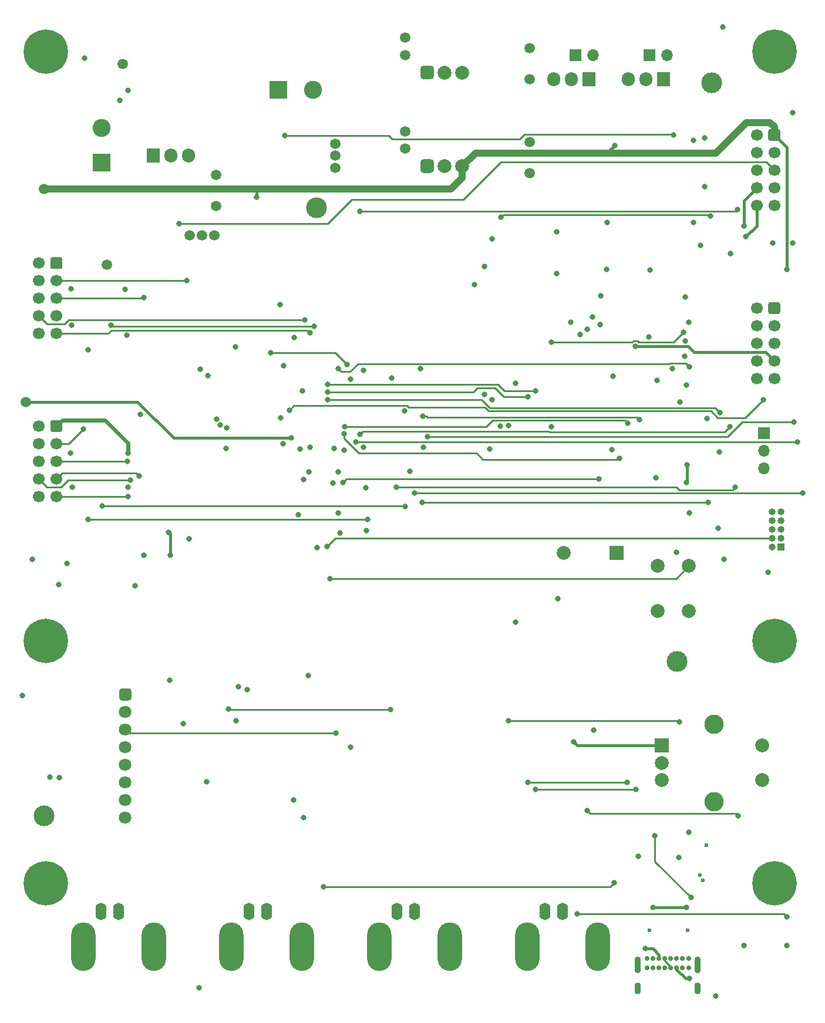
<source format=gbr>
%TF.GenerationSoftware,KiCad,Pcbnew,(5.1.10)-1*%
%TF.CreationDate,2021-12-22T14:35:30+01:00*%
%TF.ProjectId,vca_main_board,7663615f-6d61-4696-9e5f-626f6172642e,rev?*%
%TF.SameCoordinates,Original*%
%TF.FileFunction,Copper,L4,Bot*%
%TF.FilePolarity,Positive*%
%FSLAX46Y46*%
G04 Gerber Fmt 4.6, Leading zero omitted, Abs format (unit mm)*
G04 Created by KiCad (PCBNEW (5.1.10)-1) date 2021-12-22 14:35:30*
%MOMM*%
%LPD*%
G01*
G04 APERTURE LIST*
%TA.AperFunction,ComponentPad*%
%ADD10C,1.700000*%
%TD*%
%TA.AperFunction,ComponentPad*%
%ADD11O,1.600000X2.500000*%
%TD*%
%TA.AperFunction,ComponentPad*%
%ADD12O,3.500000X7.000000*%
%TD*%
%TA.AperFunction,ComponentPad*%
%ADD13O,1.700000X1.700000*%
%TD*%
%TA.AperFunction,ComponentPad*%
%ADD14R,1.700000X1.700000*%
%TD*%
%TA.AperFunction,ComponentPad*%
%ADD15O,0.900000X1.700000*%
%TD*%
%TA.AperFunction,ComponentPad*%
%ADD16O,0.900000X2.400000*%
%TD*%
%TA.AperFunction,ComponentPad*%
%ADD17C,0.700000*%
%TD*%
%TA.AperFunction,ComponentPad*%
%ADD18C,0.800000*%
%TD*%
%TA.AperFunction,ComponentPad*%
%ADD19C,6.400000*%
%TD*%
%TA.AperFunction,ComponentPad*%
%ADD20C,3.000000*%
%TD*%
%TA.AperFunction,ComponentPad*%
%ADD21O,1.905000X2.000000*%
%TD*%
%TA.AperFunction,ComponentPad*%
%ADD22R,1.905000X2.000000*%
%TD*%
%TA.AperFunction,ComponentPad*%
%ADD23C,2.000000*%
%TD*%
%TA.AperFunction,ComponentPad*%
%ADD24R,2.000000X2.000000*%
%TD*%
%TA.AperFunction,ComponentPad*%
%ADD25C,1.800000*%
%TD*%
%TA.AperFunction,ComponentPad*%
%ADD26C,2.800000*%
%TD*%
%TA.AperFunction,ComponentPad*%
%ADD27R,1.000000X1.000000*%
%TD*%
%TA.AperFunction,ComponentPad*%
%ADD28O,1.000000X1.000000*%
%TD*%
%TA.AperFunction,ComponentPad*%
%ADD29C,2.600000*%
%TD*%
%TA.AperFunction,ComponentPad*%
%ADD30R,2.600000X2.600000*%
%TD*%
%TA.AperFunction,ViaPad*%
%ADD31C,0.800000*%
%TD*%
%TA.AperFunction,ViaPad*%
%ADD32C,1.500000*%
%TD*%
%TA.AperFunction,ViaPad*%
%ADD33C,0.600000*%
%TD*%
%TA.AperFunction,Conductor*%
%ADD34C,1.000000*%
%TD*%
%TA.AperFunction,Conductor*%
%ADD35C,0.400000*%
%TD*%
%TA.AperFunction,Conductor*%
%ADD36C,0.250000*%
%TD*%
%TA.AperFunction,Conductor*%
%ADD37C,0.600000*%
%TD*%
G04 APERTURE END LIST*
D10*
%TO.P,J12,10*%
%TO.N,/EXTB_7*%
X33960000Y-114160000D03*
%TO.P,J12,8*%
%TO.N,/EXTB_5*%
X33960000Y-111620000D03*
%TO.P,J12,6*%
%TO.N,/EXTB_3*%
X33960000Y-109080000D03*
%TO.P,J12,4*%
%TO.N,/EXTB_1*%
X33960000Y-106540000D03*
%TO.P,J12,2*%
%TO.N,GND*%
X33960000Y-104000000D03*
%TO.P,J12,9*%
%TO.N,/EXTB_6*%
X36500000Y-114160000D03*
%TO.P,J12,7*%
%TO.N,/EXTB_4*%
X36500000Y-111620000D03*
%TO.P,J12,5*%
%TO.N,/EXTB_2*%
X36500000Y-109080000D03*
%TO.P,J12,3*%
%TO.N,/EXTB_0*%
X36500000Y-106540000D03*
%TO.P,J12,1*%
%TO.N,+5V*%
%TA.AperFunction,ComponentPad*%
G36*
G01*
X37350000Y-103400000D02*
X37350000Y-104600000D01*
G75*
G02*
X37100000Y-104850000I-250000J0D01*
G01*
X35900000Y-104850000D01*
G75*
G02*
X35650000Y-104600000I0J250000D01*
G01*
X35650000Y-103400000D01*
G75*
G02*
X35900000Y-103150000I250000J0D01*
G01*
X37100000Y-103150000D01*
G75*
G02*
X37350000Y-103400000I0J-250000D01*
G01*
G37*
%TD.AperFunction*%
%TD*%
D11*
%TO.P,J15,2*%
%TO.N,GND*%
X42960000Y-174000000D03*
%TO.P,J15,1*%
%TO.N,/GPIO_B*%
X45500000Y-174000000D03*
D12*
%TO.P,J15,2*%
%TO.N,GND*%
X50580000Y-179080000D03*
X40420000Y-179080000D03*
%TD*%
D11*
%TO.P,J14,2*%
%TO.N,GND*%
X64293333Y-174000000D03*
%TO.P,J14,1*%
%TO.N,/GPIO_A*%
X66833333Y-174000000D03*
D12*
%TO.P,J14,2*%
%TO.N,GND*%
X71913333Y-179080000D03*
X61753333Y-179080000D03*
%TD*%
D11*
%TO.P,J13,2*%
%TO.N,GND*%
X85626666Y-174000000D03*
%TO.P,J13,1*%
%TO.N,/Mirror_Enc_B*%
X88166666Y-174000000D03*
D12*
%TO.P,J13,2*%
%TO.N,GND*%
X93246666Y-179080000D03*
X83086666Y-179080000D03*
%TD*%
D11*
%TO.P,J7,2*%
%TO.N,GND*%
X106960000Y-174000000D03*
%TO.P,J7,1*%
%TO.N,/Mirror_Enc_A*%
X109500000Y-174000000D03*
D12*
%TO.P,J7,2*%
%TO.N,GND*%
X114580000Y-179080000D03*
X104420000Y-179080000D03*
%TD*%
D13*
%TO.P,J4,3*%
%TO.N,GND*%
X138500000Y-110080000D03*
%TO.P,J4,2*%
%TO.N,Net-(J4-Pad2)*%
X138500000Y-107540000D03*
D14*
%TO.P,J4,1*%
%TO.N,Net-(J4-Pad1)*%
X138500000Y-105000000D03*
%TD*%
D15*
%TO.P,J5,S1*%
%TO.N,GND*%
X128990000Y-185146000D03*
X120340000Y-185146000D03*
D16*
X128990000Y-181766000D03*
X120340000Y-181766000D03*
D17*
%TO.P,J5,B6*%
%TO.N,/MCU/peripherals/DP*%
X125090000Y-182136000D03*
%TO.P,J5,B1*%
%TO.N,GND*%
X127640000Y-182136000D03*
%TO.P,J5,B4*%
%TO.N,VBUS*%
X126790000Y-182136000D03*
%TO.P,J5,B5*%
%TO.N,Net-(J5-PadB5)*%
X125940000Y-182136000D03*
%TO.P,J5,B12*%
%TO.N,GND*%
X121690000Y-182136000D03*
%TO.P,J5,B8*%
%TO.N,N/C*%
X123390000Y-182136000D03*
%TO.P,J5,B7*%
%TO.N,/MCU/peripherals/DM*%
X124240000Y-182136000D03*
%TO.P,J5,B9*%
%TO.N,VBUS*%
X122540000Y-182136000D03*
%TO.P,J5,A12*%
%TO.N,GND*%
X127640000Y-180786000D03*
%TO.P,J5,A9*%
%TO.N,VBUS*%
X126790000Y-180786000D03*
%TO.P,J5,A8*%
%TO.N,N/C*%
X125940000Y-180786000D03*
%TO.P,J5,A7*%
%TO.N,/MCU/peripherals/DM*%
X125090000Y-180786000D03*
%TO.P,J5,A6*%
%TO.N,/MCU/peripherals/DP*%
X124240000Y-180786000D03*
%TO.P,J5,A5*%
%TO.N,Net-(J5-PadA5)*%
X123390000Y-180786000D03*
%TO.P,J5,A4*%
%TO.N,VBUS*%
X122540000Y-180786000D03*
%TO.P,J5,A1*%
%TO.N,GND*%
X121690000Y-180786000D03*
%TD*%
D18*
%TO.P,H6,1*%
%TO.N,N/C*%
X36697056Y-48302944D03*
X35000000Y-47600000D03*
X33302944Y-48302944D03*
X32600000Y-50000000D03*
X33302944Y-51697056D03*
X35000000Y-52400000D03*
X36697056Y-51697056D03*
X37400000Y-50000000D03*
D19*
X35000000Y-50000000D03*
%TD*%
D18*
%TO.P,H5,1*%
%TO.N,N/C*%
X141697056Y-48302944D03*
X140000000Y-47600000D03*
X138302944Y-48302944D03*
X137600000Y-50000000D03*
X138302944Y-51697056D03*
X140000000Y-52400000D03*
X141697056Y-51697056D03*
X142400000Y-50000000D03*
D19*
X140000000Y-50000000D03*
%TD*%
D20*
%TO.P,TP4,1*%
%TO.N,GND*%
X126000000Y-138000000D03*
%TD*%
%TO.P,TP3,1*%
%TO.N,GND*%
X34750000Y-160250000D03*
%TD*%
%TO.P,TP2,1*%
%TO.N,GND*%
X74000000Y-72500000D03*
%TD*%
%TO.P,TP1,1*%
%TO.N,GND*%
X131000000Y-54500000D03*
%TD*%
D21*
%TO.P,Q6,3*%
%TO.N,GND*%
X118920000Y-54000000D03*
%TO.P,Q6,2*%
%TO.N,Net-(J11-Pad1)*%
X121460000Y-54000000D03*
D22*
%TO.P,Q6,1*%
%TO.N,Net-(Q6-Pad1)*%
X124000000Y-54000000D03*
%TD*%
D21*
%TO.P,Q4,3*%
%TO.N,GND*%
X108220000Y-54000000D03*
%TO.P,Q4,2*%
%TO.N,Net-(J9-Pad1)*%
X110760000Y-54000000D03*
D22*
%TO.P,Q4,1*%
%TO.N,Net-(Q4-Pad1)*%
X113300000Y-54000000D03*
%TD*%
D13*
%TO.P,J11,2*%
%TO.N,+12V*%
X124540000Y-50500000D03*
D14*
%TO.P,J11,1*%
%TO.N,Net-(J11-Pad1)*%
X122000000Y-50500000D03*
%TD*%
D10*
%TO.P,J10,10*%
%TO.N,/EXTA_7*%
X33960000Y-90660000D03*
%TO.P,J10,8*%
%TO.N,/EXTA_5*%
X33960000Y-88120000D03*
%TO.P,J10,6*%
%TO.N,/EXTA_3*%
X33960000Y-85580000D03*
%TO.P,J10,4*%
%TO.N,/EXTA_1*%
X33960000Y-83040000D03*
%TO.P,J10,2*%
%TO.N,GND*%
X33960000Y-80500000D03*
%TO.P,J10,9*%
%TO.N,/EXTA_6*%
X36500000Y-90660000D03*
%TO.P,J10,7*%
%TO.N,/EXTA_4*%
X36500000Y-88120000D03*
%TO.P,J10,5*%
%TO.N,/EXTA_2*%
X36500000Y-85580000D03*
%TO.P,J10,3*%
%TO.N,/EXTA_0*%
X36500000Y-83040000D03*
%TO.P,J10,1*%
%TO.N,+5V*%
%TA.AperFunction,ComponentPad*%
G36*
G01*
X37350000Y-79900000D02*
X37350000Y-81100000D01*
G75*
G02*
X37100000Y-81350000I-250000J0D01*
G01*
X35900000Y-81350000D01*
G75*
G02*
X35650000Y-81100000I0J250000D01*
G01*
X35650000Y-79900000D01*
G75*
G02*
X35900000Y-79650000I250000J0D01*
G01*
X37100000Y-79650000D01*
G75*
G02*
X37350000Y-79900000I0J-250000D01*
G01*
G37*
%TD.AperFunction*%
%TD*%
D13*
%TO.P,J9,2*%
%TO.N,+12V*%
X113840000Y-50500000D03*
D14*
%TO.P,J9,1*%
%TO.N,Net-(J9-Pad1)*%
X111300000Y-50500000D03*
%TD*%
D23*
%TO.P,BZ1,2*%
%TO.N,Net-(BZ1-Pad2)*%
X109650000Y-122290000D03*
D24*
%TO.P,BZ1,1*%
%TO.N,+3V3*%
X117250000Y-122290000D03*
%TD*%
D25*
%TO.P,U10,8*%
%TO.N,/MCU/LCD_BL*%
X46436000Y-160496000D03*
%TO.P,U10,7*%
%TO.N,/MCU/LCD_RST*%
X46436000Y-157956000D03*
%TO.P,U10,6*%
%TO.N,/MCU/LCD_DC*%
X46436000Y-155416000D03*
%TO.P,U10,5*%
%TO.N,/MCU/LCD_CS*%
X46436000Y-152876000D03*
%TO.P,U10,4*%
%TO.N,/MCU/LCD_CLK*%
X46436000Y-150336000D03*
%TO.P,U10,3*%
%TO.N,/MCU/LCD_DIN*%
X46436000Y-147796000D03*
%TO.P,U10,2*%
%TO.N,GND*%
X46436000Y-145256000D03*
%TO.P,U10,1*%
%TO.N,+3V3*%
%TA.AperFunction,ComponentPad*%
G36*
G01*
X45536000Y-143166000D02*
X45536000Y-142266000D01*
G75*
G02*
X45986000Y-141816000I450000J0D01*
G01*
X46886000Y-141816000D01*
G75*
G02*
X47336000Y-142266000I0J-450000D01*
G01*
X47336000Y-143166000D01*
G75*
G02*
X46886000Y-143616000I-450000J0D01*
G01*
X45986000Y-143616000D01*
G75*
G02*
X45536000Y-143166000I0J450000D01*
G01*
G37*
%TD.AperFunction*%
%TD*%
D24*
%TO.P,SW2,A*%
%TO.N,/MCU/Knob_A*%
X123786000Y-150098000D03*
D23*
%TO.P,SW2,C*%
%TO.N,GND*%
X123786000Y-152598000D03*
%TO.P,SW2,B*%
%TO.N,/MCU/Knob_B*%
X123786000Y-155098000D03*
D26*
%TO.P,SW2,MP*%
%TO.N,N/C*%
X131286000Y-146998000D03*
X131286000Y-158198000D03*
D23*
%TO.P,SW2,S1*%
%TO.N,/MCU/Knob_S*%
X138286000Y-150098000D03*
%TO.P,SW2,S2*%
%TO.N,GND*%
X138286000Y-155098000D03*
%TD*%
%TO.P,SW1,1*%
%TO.N,Net-(R41-Pad1)*%
X123214000Y-124196000D03*
%TO.P,SW1,2*%
%TO.N,/MCU/NRST*%
X127714000Y-124196000D03*
%TO.P,SW1,1*%
%TO.N,Net-(R41-Pad1)*%
X123214000Y-130696000D03*
%TO.P,SW1,2*%
%TO.N,/MCU/NRST*%
X127714000Y-130696000D03*
%TD*%
D21*
%TO.P,Q1,3*%
%TO.N,GND*%
X55580000Y-65000000D03*
%TO.P,Q1,2*%
%TO.N,Net-(J2-Pad2)*%
X53040000Y-65000000D03*
D22*
%TO.P,Q1,1*%
%TO.N,Net-(D2-Pad2)*%
X50500000Y-65000000D03*
%TD*%
D10*
%TO.P,J8,10*%
%TO.N,/Device connenction/THERMISTOR_2*%
X137460000Y-72160000D03*
%TO.P,J8,8*%
%TO.N,/Device connenction/THERMISTOR_1*%
X137460000Y-69620000D03*
%TO.P,J8,6*%
%TO.N,/Coil_Fans*%
X137460000Y-67080000D03*
%TO.P,J8,4*%
%TO.N,+12V*%
X137460000Y-64540000D03*
%TO.P,J8,2*%
%TO.N,+5V*%
X137460000Y-62000000D03*
%TO.P,J8,9*%
%TO.N,/Mirror_Enc_Z*%
X140000000Y-72160000D03*
%TO.P,J8,7*%
%TO.N,/Mirror_Enc_B*%
X140000000Y-69620000D03*
%TO.P,J8,5*%
%TO.N,/Mirror_Enc_A*%
X140000000Y-67080000D03*
%TO.P,J8,3*%
%TO.N,GND*%
X140000000Y-64540000D03*
%TO.P,J8,1*%
%TO.N,+3V3*%
%TA.AperFunction,ComponentPad*%
G36*
G01*
X140850000Y-61400000D02*
X140850000Y-62600000D01*
G75*
G02*
X140600000Y-62850000I-250000J0D01*
G01*
X139400000Y-62850000D01*
G75*
G02*
X139150000Y-62600000I0J250000D01*
G01*
X139150000Y-61400000D01*
G75*
G02*
X139400000Y-61150000I250000J0D01*
G01*
X140600000Y-61150000D01*
G75*
G02*
X140850000Y-61400000I0J-250000D01*
G01*
G37*
%TD.AperFunction*%
%TD*%
%TO.P,J6,10*%
%TO.N,/H_Voltage*%
X137460000Y-97160000D03*
%TO.P,J6,8*%
%TO.N,/H_Current*%
X137460000Y-94620000D03*
%TO.P,J6,6*%
%TO.N,/H_Sum*%
X137460000Y-92080000D03*
%TO.P,J6,4*%
%TO.N,/H_Ref_High*%
X137460000Y-89540000D03*
%TO.P,J6,2*%
%TO.N,/H_Load_Volt*%
X137460000Y-87000000D03*
%TO.P,J6,9*%
%TO.N,/H_Thermistor*%
X140000000Y-97160000D03*
%TO.P,J6,7*%
%TO.N,/H bridge connection/REF_IN*%
X140000000Y-94620000D03*
%TO.P,J6,5*%
%TO.N,/H_Offset*%
X140000000Y-92080000D03*
%TO.P,J6,3*%
%TO.N,GND*%
X140000000Y-89540000D03*
%TO.P,J6,1*%
%TO.N,/H_Excitation*%
%TA.AperFunction,ComponentPad*%
G36*
G01*
X140850000Y-86400000D02*
X140850000Y-87600000D01*
G75*
G02*
X140600000Y-87850000I-250000J0D01*
G01*
X139400000Y-87850000D01*
G75*
G02*
X139150000Y-87600000I0J250000D01*
G01*
X139150000Y-86400000D01*
G75*
G02*
X139400000Y-86150000I250000J0D01*
G01*
X140600000Y-86150000D01*
G75*
G02*
X140850000Y-86400000I0J-250000D01*
G01*
G37*
%TD.AperFunction*%
%TD*%
D27*
%TO.P,J3,1*%
%TO.N,+3V3*%
X141002000Y-121476000D03*
D28*
%TO.P,J3,2*%
%TO.N,/MCU/SWDIO*%
X139732000Y-121476000D03*
%TO.P,J3,3*%
%TO.N,GND*%
X141002000Y-120206000D03*
%TO.P,J3,4*%
%TO.N,/MCU/SWDCLK*%
X139732000Y-120206000D03*
%TO.P,J3,5*%
%TO.N,GND*%
X141002000Y-118936000D03*
%TO.P,J3,6*%
%TO.N,/MCU/SWO*%
X139732000Y-118936000D03*
%TO.P,J3,7*%
%TO.N,N/C*%
X141002000Y-117666000D03*
%TO.P,J3,8*%
X139732000Y-117666000D03*
%TO.P,J3,9*%
%TO.N,GND*%
X141002000Y-116396000D03*
%TO.P,J3,10*%
%TO.N,/MCU/NRST*%
X139732000Y-116396000D03*
%TD*%
D29*
%TO.P,J1,2*%
%TO.N,GND*%
X73500000Y-55500000D03*
D30*
%TO.P,J1,1*%
%TO.N,Net-(F1-Pad2)*%
X68500000Y-55500000D03*
%TD*%
D18*
%TO.P,H4,1*%
%TO.N,N/C*%
X36697056Y-133302944D03*
X35000000Y-132600000D03*
X33302944Y-133302944D03*
X32600000Y-135000000D03*
X33302944Y-136697056D03*
X35000000Y-137400000D03*
X36697056Y-136697056D03*
X37400000Y-135000000D03*
D19*
X35000000Y-135000000D03*
%TD*%
D18*
%TO.P,H3,1*%
%TO.N,N/C*%
X141697056Y-133302944D03*
X140000000Y-132600000D03*
X138302944Y-133302944D03*
X137600000Y-135000000D03*
X138302944Y-136697056D03*
X140000000Y-137400000D03*
X141697056Y-136697056D03*
X142400000Y-135000000D03*
D19*
X140000000Y-135000000D03*
%TD*%
D18*
%TO.P,H2,1*%
%TO.N,N/C*%
X36697056Y-168302944D03*
X35000000Y-167600000D03*
X33302944Y-168302944D03*
X32600000Y-170000000D03*
X33302944Y-171697056D03*
X35000000Y-172400000D03*
X36697056Y-171697056D03*
X37400000Y-170000000D03*
D19*
X35000000Y-170000000D03*
%TD*%
D18*
%TO.P,H1,1*%
%TO.N,N/C*%
X141697056Y-168302944D03*
X140000000Y-167600000D03*
X138302944Y-168302944D03*
X137600000Y-170000000D03*
X138302944Y-171697056D03*
X140000000Y-172400000D03*
X141697056Y-171697056D03*
X142400000Y-170000000D03*
D19*
X140000000Y-170000000D03*
%TD*%
D23*
%TO.P,U2,2*%
%TO.N,GND*%
X92500000Y-53000000D03*
%TO.P,U2,1*%
%TO.N,Net-(C12-Pad1)*%
%TA.AperFunction,ComponentPad*%
G36*
G01*
X88960000Y-53500000D02*
X88960000Y-52500000D01*
G75*
G02*
X89460000Y-52000000I500000J0D01*
G01*
X90460000Y-52000000D01*
G75*
G02*
X90960000Y-52500000I0J-500000D01*
G01*
X90960000Y-53500000D01*
G75*
G02*
X90460000Y-54000000I-500000J0D01*
G01*
X89460000Y-54000000D01*
G75*
G02*
X88960000Y-53500000I0J500000D01*
G01*
G37*
%TD.AperFunction*%
%TO.P,U2,3*%
%TO.N,+5V*%
X95040000Y-53000000D03*
%TD*%
%TO.P,U1,2*%
%TO.N,GND*%
X92500000Y-66500000D03*
%TO.P,U1,1*%
%TO.N,Net-(C11-Pad1)*%
%TA.AperFunction,ComponentPad*%
G36*
G01*
X88960000Y-67000000D02*
X88960000Y-66000000D01*
G75*
G02*
X89460000Y-65500000I500000J0D01*
G01*
X90460000Y-65500000D01*
G75*
G02*
X90960000Y-66000000I0J-500000D01*
G01*
X90960000Y-67000000D01*
G75*
G02*
X90460000Y-67500000I-500000J0D01*
G01*
X89460000Y-67500000D01*
G75*
G02*
X88960000Y-67000000I0J500000D01*
G01*
G37*
%TD.AperFunction*%
%TO.P,U1,3*%
%TO.N,+3V3*%
X95040000Y-66500000D03*
%TD*%
D29*
%TO.P,J2,2*%
%TO.N,Net-(J2-Pad2)*%
X43000000Y-61000000D03*
D30*
%TO.P,J2,1*%
%TO.N,Net-(F2-Pad2)*%
X43000000Y-66000000D03*
%TD*%
D31*
%TO.N,*%
X126200000Y-166200000D03*
D32*
%TO.N,GND*%
X57500000Y-76500000D03*
X55750000Y-76500000D03*
X59250000Y-76500000D03*
X59500000Y-67750000D03*
X59500000Y-72250000D03*
X76750000Y-65000000D03*
X76750000Y-63250000D03*
X76750000Y-66750000D03*
X86750000Y-61500000D03*
X86750000Y-64000000D03*
X86750000Y-50500000D03*
X86750000Y-48000000D03*
X104750000Y-49500000D03*
X104750000Y-54000000D03*
X104750000Y-63000000D03*
X104750000Y-67500000D03*
D33*
X127500000Y-176750000D03*
X122000000Y-176750000D03*
X129750000Y-169500000D03*
X129250000Y-168750000D03*
X130250000Y-164500000D03*
D31*
X68750000Y-86500000D03*
X61000000Y-107250000D03*
X89000000Y-95750000D03*
X69250000Y-95250000D03*
X36900000Y-154700000D03*
X35600000Y-154600000D03*
X54800000Y-146900000D03*
X62400000Y-146500000D03*
X127200000Y-85400000D03*
X127200000Y-91700000D03*
X127300000Y-98100000D03*
X122900000Y-111500000D03*
X116600000Y-107400000D03*
X131900000Y-118700000D03*
X139100000Y-125100000D03*
X89422795Y-107025010D03*
X129400000Y-77900000D03*
X133700000Y-79100000D03*
X142700000Y-58800000D03*
X139800000Y-77600000D03*
X142700000Y-77600000D03*
X33000000Y-123200000D03*
X38000000Y-123800000D03*
X36800000Y-126900000D03*
X49100000Y-122600000D03*
X47800000Y-127000000D03*
X55600000Y-120300000D03*
X73090787Y-107089457D03*
X69160066Y-106546990D03*
X116800000Y-96800000D03*
X123100000Y-97400000D03*
X122100000Y-81500000D03*
X108600000Y-82000000D03*
X108600000Y-76000000D03*
X120400000Y-166100000D03*
X38600000Y-84200000D03*
X38500000Y-107900000D03*
X38800000Y-112800000D03*
X40600000Y-50900000D03*
X45600000Y-57000000D03*
D32*
X43752029Y-80724990D03*
D31*
X71399990Y-116774990D03*
X38700000Y-89425010D03*
X108800000Y-128900000D03*
X80750000Y-95997010D03*
X80748190Y-107025010D03*
X127700000Y-162600000D03*
X135600000Y-178900000D03*
X141800000Y-178900000D03*
X132074990Y-107702532D03*
X121920657Y-91174990D03*
X130000000Y-62400000D03*
X130000000Y-69500000D03*
X61071586Y-104290267D03*
X77950011Y-107444410D03*
X77174990Y-116517586D03*
X74074967Y-121509889D03*
X115800010Y-81407170D03*
X52800000Y-140700000D03*
X125900000Y-122200000D03*
X62300000Y-92600000D03*
X87500000Y-110500000D03*
X81200000Y-119100000D03*
D32*
%TO.N,+3V3*%
X34700000Y-69800000D03*
D31*
X70400000Y-105700000D03*
D32*
X32100000Y-100500000D03*
D31*
X127400000Y-109600000D03*
X127300000Y-112100000D03*
X65400000Y-71000000D03*
X78400000Y-95100000D03*
X67400000Y-93400000D03*
X131600000Y-186200000D03*
X31600000Y-142900000D03*
X141800000Y-81400000D03*
X115000000Y-85200000D03*
X117000000Y-63500000D03*
%TO.N,+5V*%
X46400000Y-84300000D03*
X46800000Y-107900000D03*
X46800000Y-112800000D03*
X46620657Y-90925010D03*
D32*
X46100000Y-51800000D03*
D31*
X52900000Y-122600000D03*
X52700000Y-119300000D03*
X128400000Y-74600000D03*
X128400000Y-62800000D03*
X132600000Y-46400000D03*
X126400000Y-100500000D03*
X127700000Y-89000000D03*
X127100000Y-93900000D03*
X125300000Y-95700000D03*
%TO.N,/MCU/NRST*%
X127800000Y-116500000D03*
X76374990Y-112250169D03*
X75974990Y-126000000D03*
%TO.N,VBUS*%
X127300000Y-173400000D03*
X122500000Y-173400000D03*
%TO.N,Net-(C42-Pad1)*%
X122800000Y-163100000D03*
X128000000Y-172000000D03*
%TO.N,Net-(D2-Pad2)*%
X46800000Y-55600000D03*
%TO.N,/H bridge connection/REF_IN*%
X120000000Y-92500000D03*
%TO.N,/MCU/SWDIO*%
X75600000Y-100200000D03*
X132200000Y-102100000D03*
X132800000Y-123200000D03*
%TO.N,/MCU/SWDCLK*%
X72000000Y-98900000D03*
X75524979Y-121400000D03*
%TO.N,/MCU/SWO*%
X70100000Y-101700000D03*
X138400000Y-100200000D03*
%TO.N,Net-(J5-PadB5)*%
X127800000Y-183700000D03*
%TO.N,Net-(J5-PadA5)*%
X121400000Y-179400000D03*
%TO.N,/Device connenction/THERMISTOR_2*%
X135900000Y-76700000D03*
%TO.N,/Device connenction/THERMISTOR_1*%
X135600000Y-75100000D03*
%TO.N,/MCU/CAN_FAULT*%
X78000000Y-105100000D03*
X117700000Y-108700000D03*
%TO.N,/VREF*%
X114700000Y-111600000D03*
X114900000Y-89400000D03*
X77825010Y-112099400D03*
X77425000Y-119400000D03*
%TO.N,/MCU/CAN_S*%
X118900000Y-103600000D03*
X78093164Y-104104337D03*
%TO.N,/MCU/USB_DET*%
X70800000Y-91200000D03*
X75000000Y-170500000D03*
X116900000Y-169900000D03*
%TO.N,/H_Ref_High*%
X134400000Y-112800000D03*
X85525010Y-112800000D03*
%TO.N,/H_Load_Volt*%
X80300000Y-105200000D03*
X133600000Y-104100000D03*
%TO.N,/H_Excitation*%
X79700000Y-106300000D03*
X143374990Y-106300000D03*
%TO.N,/H_Sum*%
X107900000Y-104100000D03*
X107900000Y-91900000D03*
X126900000Y-90500000D03*
%TO.N,/H_Thermistor*%
X120600000Y-103100000D03*
X89300000Y-102546990D03*
%TO.N,/H_Offset*%
X142800000Y-103400000D03*
X90002532Y-105525010D03*
%TO.N,/H_Voltage*%
X89200000Y-115000000D03*
X130500000Y-115000000D03*
X130300000Y-102900000D03*
%TO.N,/H_Current*%
X77154000Y-110646000D03*
X77154000Y-95754000D03*
X127800000Y-95500000D03*
%TO.N,/Coil_Fans*%
X69400000Y-62100000D03*
X125500000Y-62000000D03*
%TO.N,/Mirror_Enc_Z*%
X80300000Y-73000000D03*
X134700000Y-72800000D03*
%TO.N,/Mirror_Enc_B*%
X88100000Y-113700000D03*
X144100000Y-113700000D03*
%TO.N,/Mirror_Enc_A*%
X57100000Y-185000000D03*
X57200000Y-95800000D03*
X54200000Y-74800000D03*
%TO.N,/EXTA_7*%
X41100000Y-93000000D03*
X41100000Y-117500000D03*
X81400000Y-117500000D03*
X81155740Y-112932090D03*
%TO.N,/EXTA_5*%
X72325010Y-88697837D03*
%TO.N,/EXTA_6*%
X73050020Y-90543401D03*
%TO.N,/EXTA_2*%
X49100000Y-85500000D03*
%TO.N,/EXTA_0*%
X55300000Y-83000000D03*
%TO.N,/EXTB_7*%
X43100000Y-115500000D03*
X86700000Y-101800000D03*
X86749317Y-115625010D03*
%TO.N,/EXTB_5*%
X47149845Y-111775165D03*
%TO.N,/EXTB_6*%
X46800000Y-114200000D03*
%TO.N,/EXTB_4*%
X48400000Y-111174990D03*
%TO.N,/EXTB_2*%
X46700000Y-109100000D03*
%TO.N,/EXTB_0*%
X40374990Y-104400000D03*
%TO.N,Net-(Q4-Pad1)*%
X115900000Y-74625010D03*
%TO.N,/MCU/LED_1*%
X112000000Y-90800000D03*
X111600000Y-174400000D03*
X141800000Y-174800000D03*
%TO.N,/MCU/LED_2*%
X113000000Y-90000000D03*
X113000000Y-159500000D03*
X134800000Y-160200000D03*
%TO.N,/MCU/TH_ALERT*%
X84700000Y-144900000D03*
X61300000Y-144800000D03*
X84800000Y-97046990D03*
%TO.N,/MCU/Knob_B*%
X113800000Y-88300000D03*
X114000000Y-147900000D03*
%TO.N,/MCU/Knob_A*%
X111100000Y-149600000D03*
X110700000Y-89025010D03*
%TO.N,/MCU/Knob_S*%
X101700000Y-146500000D03*
X126300000Y-146700000D03*
X101700000Y-103925010D03*
%TO.N,/MCU/SDA*%
X60100000Y-103800000D03*
X64000000Y-142000000D03*
%TO.N,/MCU/SCL*%
X62700000Y-141600000D03*
X59569995Y-102951992D03*
%TO.N,/FAN_1*%
X99300000Y-100200000D03*
X99300000Y-77000000D03*
%TO.N,/FAN_2*%
X98200000Y-99400000D03*
X98200000Y-81000000D03*
%TO.N,/MCU/BUZZ*%
X102700000Y-97800000D03*
X102700000Y-132300000D03*
%TO.N,/MCU/LCD_CS*%
X48600000Y-102300000D03*
%TO.N,/MCU/LCD_DC*%
X58300000Y-96700000D03*
X58200000Y-155300000D03*
%TO.N,/MCU/USB_RX*%
X75600000Y-99100000D03*
X104500000Y-99800000D03*
X104500000Y-155400000D03*
X118800000Y-155400000D03*
%TO.N,/MCU/USB_TX*%
X75600000Y-98000000D03*
X105600000Y-98900000D03*
X105600000Y-156400000D03*
X120100000Y-156400000D03*
%TO.N,/MCU/LCD_CLK*%
X78900000Y-150300000D03*
X78902532Y-97274990D03*
%TO.N,/Coil_Thermistor_2*%
X100500000Y-104000000D03*
X100600000Y-73900000D03*
X130800000Y-73725010D03*
%TO.N,/Coil_Thermistor_1*%
X99000000Y-107300000D03*
X96800000Y-83600000D03*
%TO.N,/MCU/LCD_DIN*%
X76500000Y-107200000D03*
X76800000Y-148300000D03*
%TO.N,/MCU/EEP_~WC*%
X72900000Y-110600000D03*
X72800000Y-140000000D03*
%TO.N,/MCU/LCD_BL*%
X72100000Y-111700000D03*
X72100000Y-160500000D03*
%TO.N,/MCU/LCD_RST*%
X70700000Y-157900000D03*
X71611613Y-107286293D03*
%TO.N,/GPIO_A*%
X68800000Y-102800000D03*
%TO.N,/GPIO_B*%
X73700000Y-89600000D03*
X44399502Y-89475279D03*
%TD*%
D34*
%TO.N,+3V3*%
X95040000Y-68160000D02*
X95040000Y-66500000D01*
X93400000Y-69800000D02*
X95040000Y-68160000D01*
D35*
X70400000Y-105700000D02*
X53400000Y-105700000D01*
X53400000Y-105700000D02*
X48200000Y-100500000D01*
X48200000Y-100500000D02*
X32100000Y-100500000D01*
X127400000Y-112000000D02*
X127300000Y-112100000D01*
X127400000Y-109600000D02*
X127400000Y-112000000D01*
X65400000Y-69900000D02*
X65300000Y-69800000D01*
D34*
X65300000Y-69800000D02*
X93400000Y-69800000D01*
D35*
X65400000Y-71000000D02*
X65400000Y-69900000D01*
D34*
X34700000Y-69800000D02*
X65300000Y-69800000D01*
D36*
X76700000Y-93400000D02*
X67400000Y-93400000D01*
X78400000Y-95100000D02*
X76700000Y-93400000D01*
D34*
X95040000Y-66500000D02*
X96940000Y-64600000D01*
X131600000Y-64600000D02*
X136000000Y-60200000D01*
X136000000Y-60200000D02*
X139400000Y-60200000D01*
X140000000Y-60800000D02*
X140000000Y-62000000D01*
X139400000Y-60200000D02*
X140000000Y-60800000D01*
D35*
X141800000Y-63800000D02*
X140000000Y-62000000D01*
X141800000Y-81400000D02*
X141800000Y-63800000D01*
X116200000Y-64300000D02*
X116200000Y-64600000D01*
X117000000Y-63500000D02*
X116200000Y-64300000D01*
D34*
X116200000Y-64600000D02*
X131600000Y-64600000D01*
X96940000Y-64600000D02*
X116200000Y-64600000D01*
D37*
%TO.N,+5V*%
X46800000Y-107900000D02*
X46800000Y-106500000D01*
X46800000Y-106500000D02*
X43500000Y-103200000D01*
X37300000Y-103200000D02*
X36500000Y-104000000D01*
X43500000Y-103200000D02*
X37300000Y-103200000D01*
D35*
X52900000Y-119500000D02*
X52700000Y-119300000D01*
X52900000Y-122600000D02*
X52900000Y-119500000D01*
D36*
%TO.N,/MCU/NRST*%
X125910000Y-126000000D02*
X75974990Y-126000000D01*
X127714000Y-124196000D02*
X125910000Y-126000000D01*
D35*
%TO.N,VBUS*%
X127300000Y-173400000D02*
X122500000Y-173400000D01*
D36*
%TO.N,Net-(C42-Pad1)*%
X122800000Y-166800000D02*
X128000000Y-172000000D01*
X122800000Y-163100000D02*
X122800000Y-166800000D01*
%TO.N,/MCU/peripherals/DP*%
X125090000Y-181986998D02*
X125090000Y-182136000D01*
X124240000Y-181136998D02*
X125090000Y-181986998D01*
X124240000Y-180786000D02*
X124240000Y-181136998D01*
D35*
%TO.N,/H bridge connection/REF_IN*%
X138749999Y-93369999D02*
X128469999Y-93369999D01*
X140000000Y-94620000D02*
X138749999Y-93369999D01*
X127600000Y-92500000D02*
X120000000Y-92500000D01*
X128469999Y-93369999D02*
X127600000Y-92500000D01*
D36*
%TO.N,/MCU/SWDIO*%
X75600000Y-100200000D02*
X97800000Y-100200000D01*
X97800000Y-100200000D02*
X99000000Y-101400000D01*
X131500000Y-101400000D02*
X132200000Y-102100000D01*
X99000000Y-101400000D02*
X131500000Y-101400000D01*
%TO.N,/MCU/SWDCLK*%
X76718979Y-120206000D02*
X75524979Y-121400000D01*
X139732000Y-120206000D02*
X76718979Y-120206000D01*
%TO.N,/MCU/SWO*%
X135774998Y-102825002D02*
X138000001Y-100599999D01*
X70725001Y-101074999D02*
X87048001Y-101074999D01*
X87048001Y-101074999D02*
X87273003Y-101300001D01*
X87273003Y-101300001D02*
X98263591Y-101300001D01*
X98263591Y-101300001D02*
X98813600Y-101850011D01*
X98813600Y-101850011D02*
X130877007Y-101850011D01*
X130877007Y-101850011D02*
X131851998Y-102825002D01*
X131851998Y-102825002D02*
X135774998Y-102825002D01*
X70100000Y-101700000D02*
X70725001Y-101074999D01*
X138000001Y-100599999D02*
X138400000Y-100200000D01*
D35*
%TO.N,Net-(J5-PadB5)*%
X125940000Y-182405685D02*
X125940000Y-182136000D01*
X127234315Y-183700000D02*
X125940000Y-182405685D01*
X127800000Y-183700000D02*
X127234315Y-183700000D01*
%TO.N,Net-(J5-PadA5)*%
X122498974Y-179400000D02*
X121400000Y-179400000D01*
X123390000Y-180291026D02*
X122498974Y-179400000D01*
X123390000Y-180786000D02*
X123390000Y-180291026D01*
%TO.N,/Device connenction/THERMISTOR_2*%
X137460000Y-75140000D02*
X135900000Y-76700000D01*
X137460000Y-72160000D02*
X137460000Y-75140000D01*
%TO.N,/Device connenction/THERMISTOR_1*%
X137460000Y-69620000D02*
X135600000Y-71480000D01*
X135600000Y-71480000D02*
X135600000Y-75100000D01*
D36*
%TO.N,/MCU/CAN_FAULT*%
X78000000Y-105100000D02*
X78000000Y-105800000D01*
X78000000Y-105800000D02*
X80100000Y-107900000D01*
X80100000Y-107900000D02*
X97100000Y-107900000D01*
X97100000Y-107900000D02*
X98000000Y-108800000D01*
X117600000Y-108800000D02*
X117700000Y-108700000D01*
X98000000Y-108800000D02*
X117600000Y-108800000D01*
%TO.N,/VREF*%
X114700000Y-111600000D02*
X78324410Y-111600000D01*
X78324410Y-111600000D02*
X77825010Y-112099400D01*
%TO.N,/MCU/CAN_S*%
X98495663Y-104104337D02*
X78093164Y-104104337D01*
X118900000Y-103600000D02*
X118500000Y-103200000D01*
X118500000Y-103200000D02*
X99400000Y-103200000D01*
X99400000Y-103200000D02*
X98495663Y-104104337D01*
%TO.N,/MCU/USB_DET*%
X116300000Y-170500000D02*
X116900000Y-169900000D01*
X75000000Y-170500000D02*
X116300000Y-170500000D01*
%TO.N,/H_Ref_High*%
X125900000Y-112800000D02*
X85525010Y-112800000D01*
X134000001Y-113199999D02*
X126299999Y-113199999D01*
X134400000Y-112800000D02*
X134000001Y-113199999D01*
X126299999Y-113199999D02*
X125900000Y-112800000D01*
%TO.N,/H_Load_Volt*%
X80300000Y-105200000D02*
X80700000Y-104800000D01*
X80700000Y-104800000D02*
X107526998Y-104800000D01*
X107526998Y-104800000D02*
X107551999Y-104825001D01*
X107551999Y-104825001D02*
X132874999Y-104825001D01*
X132874999Y-104825001D02*
X133200001Y-104499999D01*
X133200001Y-104499999D02*
X133600000Y-104100000D01*
%TO.N,/H_Excitation*%
X142809305Y-106300000D02*
X143374990Y-106300000D01*
X79700000Y-106300000D02*
X142809305Y-106300000D01*
%TO.N,/H_Sum*%
X119526996Y-91900000D02*
X119651998Y-91774998D01*
X125500000Y-91900000D02*
X126900000Y-90500000D01*
X107900000Y-91900000D02*
X119526996Y-91900000D01*
X119651998Y-91774998D02*
X120348002Y-91774998D01*
X120348002Y-91774998D02*
X120473004Y-91900000D01*
X120473004Y-91900000D02*
X125500000Y-91900000D01*
%TO.N,/H_Thermistor*%
X120600000Y-103100000D02*
X120200001Y-102700001D01*
X120200001Y-102700001D02*
X90018696Y-102700001D01*
X90018696Y-102700001D02*
X89865685Y-102546990D01*
X89865685Y-102546990D02*
X89300000Y-102546990D01*
%TO.N,/H_Offset*%
X135373004Y-103400000D02*
X133247994Y-105525010D01*
X142800000Y-103400000D02*
X135373004Y-103400000D01*
X133247994Y-105525010D02*
X90002532Y-105525010D01*
%TO.N,/H_Voltage*%
X89200000Y-115000000D02*
X130500000Y-115000000D01*
%TO.N,/H_Current*%
X78846001Y-96153999D02*
X80000000Y-95000000D01*
X77154000Y-95754000D02*
X77553999Y-96153999D01*
X77553999Y-96153999D02*
X78846001Y-96153999D01*
X80000000Y-95000000D02*
X124926998Y-95000000D01*
X124926998Y-95000000D02*
X124951999Y-94974999D01*
X124951999Y-94974999D02*
X127274999Y-94974999D01*
X127274999Y-94974999D02*
X127800000Y-95500000D01*
%TO.N,/Coil_Fans*%
X69400000Y-62100000D02*
X84400000Y-62100000D01*
X84400000Y-62100000D02*
X84900000Y-62600000D01*
X84900000Y-62600000D02*
X103300000Y-62600000D01*
X103300000Y-62600000D02*
X104000000Y-61900000D01*
X125400000Y-61900000D02*
X125500000Y-62000000D01*
X104000000Y-61900000D02*
X125400000Y-61900000D01*
%TO.N,/Mirror_Enc_Z*%
X80300000Y-73000000D02*
X128400000Y-73000000D01*
X134500000Y-73000000D02*
X134700000Y-72800000D01*
X128400000Y-73000000D02*
X134500000Y-73000000D01*
%TO.N,/Mirror_Enc_B*%
X88100000Y-113700000D02*
X144100000Y-113700000D01*
%TO.N,/Mirror_Enc_A*%
X138824999Y-65904999D02*
X100595001Y-65904999D01*
X140000000Y-67080000D02*
X138824999Y-65904999D01*
X100595001Y-65904999D02*
X95200000Y-71300000D01*
X95200000Y-71300000D02*
X79100000Y-71300000D01*
X79100000Y-71300000D02*
X75600000Y-74800000D01*
X75600000Y-74800000D02*
X54200000Y-74800000D01*
%TO.N,/EXTA_7*%
X41100000Y-117500000D02*
X81400000Y-117500000D01*
%TO.N,/EXTA_5*%
X35135001Y-89295001D02*
X37695001Y-89295001D01*
X38292165Y-88697837D02*
X72325010Y-88697837D01*
X37695001Y-89295001D02*
X38292165Y-88697837D01*
X33960000Y-88120000D02*
X35135001Y-89295001D01*
%TO.N,/EXTA_6*%
X43960000Y-90660000D02*
X44420000Y-90200000D01*
X36500000Y-90660000D02*
X43960000Y-90660000D01*
X72706619Y-90200000D02*
X73050020Y-90543401D01*
X44420000Y-90200000D02*
X72706619Y-90200000D01*
%TO.N,/EXTA_2*%
X49020000Y-85580000D02*
X49100000Y-85500000D01*
X36500000Y-85580000D02*
X49020000Y-85580000D01*
%TO.N,/EXTA_0*%
X55260000Y-83040000D02*
X55300000Y-83000000D01*
X36500000Y-83040000D02*
X55260000Y-83040000D01*
%TO.N,/EXTB_7*%
X43100000Y-115500000D02*
X86700000Y-115500000D01*
X86700000Y-115500000D02*
X86749317Y-115549317D01*
X86749317Y-115549317D02*
X86749317Y-115625010D01*
%TO.N,/EXTB_5*%
X37204999Y-112795001D02*
X38224835Y-111775165D01*
X33960000Y-111620000D02*
X35135001Y-112795001D01*
X35135001Y-112795001D02*
X37204999Y-112795001D01*
X38224835Y-111775165D02*
X47149845Y-111775165D01*
%TO.N,/EXTB_6*%
X46760000Y-114160000D02*
X46800000Y-114200000D01*
X36500000Y-114160000D02*
X46760000Y-114160000D01*
%TO.N,/EXTB_4*%
X36500000Y-111620000D02*
X37349999Y-110770001D01*
X37349999Y-110770001D02*
X47995011Y-110770001D01*
X47995011Y-110770001D02*
X48400000Y-111174990D01*
%TO.N,/EXTB_2*%
X46680000Y-109080000D02*
X46700000Y-109100000D01*
X36500000Y-109080000D02*
X46680000Y-109080000D01*
%TO.N,/EXTB_0*%
X36500000Y-106540000D02*
X38234990Y-106540000D01*
X38234990Y-106540000D02*
X40374990Y-104400000D01*
%TO.N,/MCU/LED_1*%
X141400000Y-174400000D02*
X141800000Y-174800000D01*
X111600000Y-174400000D02*
X141400000Y-174400000D01*
%TO.N,/MCU/LED_2*%
X134523001Y-159923001D02*
X134800000Y-160200000D01*
X113423001Y-159923001D02*
X134523001Y-159923001D01*
X113000000Y-159500000D02*
X113423001Y-159923001D01*
%TO.N,/MCU/TH_ALERT*%
X61400000Y-144900000D02*
X61300000Y-144800000D01*
X84700000Y-144900000D02*
X61400000Y-144900000D01*
D35*
%TO.N,/MCU/Knob_A*%
X111598000Y-150098000D02*
X111100000Y-149600000D01*
X123786000Y-150098000D02*
X111598000Y-150098000D01*
D36*
%TO.N,/MCU/Knob_S*%
X126100000Y-146500000D02*
X126300000Y-146700000D01*
X101700000Y-146500000D02*
X126100000Y-146500000D01*
%TO.N,/MCU/USB_RX*%
X75600000Y-99100000D02*
X96600000Y-99100000D01*
X96600000Y-99100000D02*
X97200000Y-98500000D01*
X97200000Y-98500000D02*
X99700000Y-98500000D01*
X101000000Y-99800000D02*
X104500000Y-99800000D01*
X99700000Y-98500000D02*
X101000000Y-99800000D01*
X104500000Y-155400000D02*
X118800000Y-155400000D01*
%TO.N,/MCU/USB_TX*%
X75600000Y-98000000D02*
X100200000Y-98000000D01*
X100200000Y-98000000D02*
X101100000Y-98900000D01*
X101100000Y-98900000D02*
X105600000Y-98900000D01*
X105600000Y-156400000D02*
X120100000Y-156400000D01*
%TO.N,/Coil_Thermistor_2*%
X100600000Y-73900000D02*
X100999999Y-73500001D01*
X100999999Y-73500001D02*
X130574991Y-73500001D01*
X130574991Y-73500001D02*
X130800000Y-73725010D01*
%TO.N,/MCU/LCD_DIN*%
X46940000Y-148300000D02*
X46436000Y-147796000D01*
X76800000Y-148300000D02*
X46940000Y-148300000D01*
%TO.N,/GPIO_B*%
X73700000Y-89600000D02*
X44524223Y-89600000D01*
X44524223Y-89600000D02*
X44399502Y-89475279D01*
%TD*%
M02*

</source>
